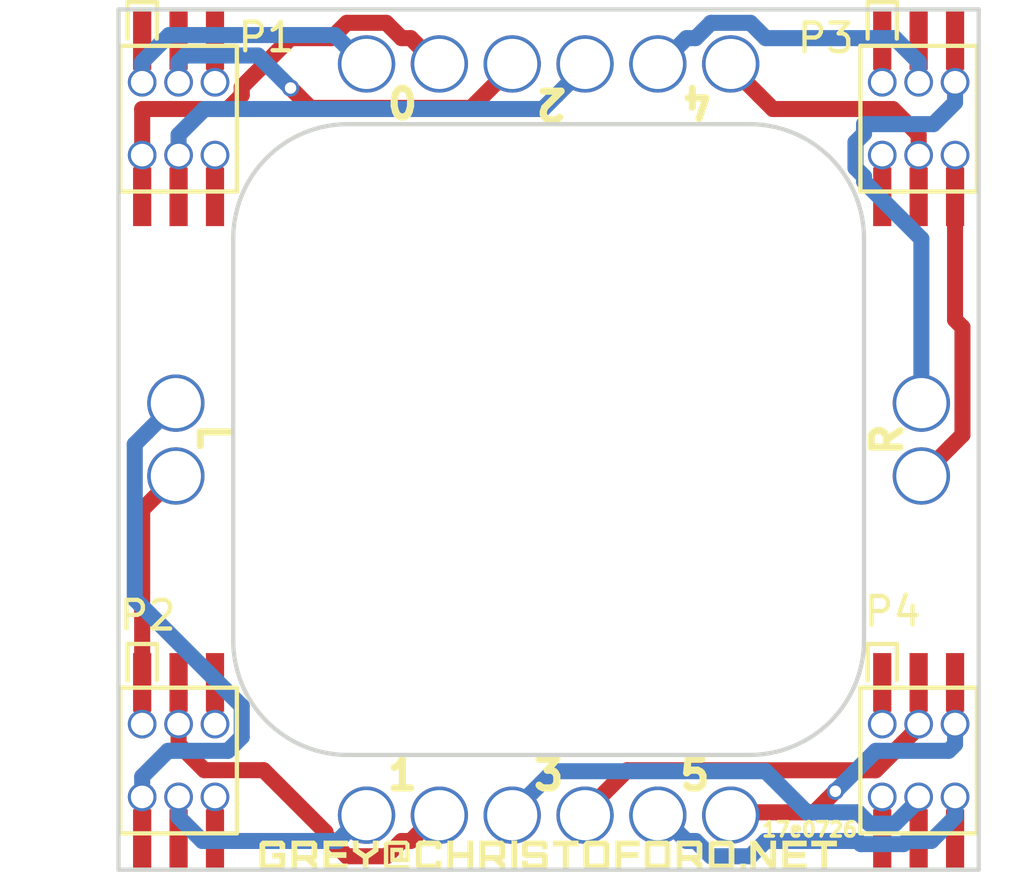
<source format=kicad_pcb>
(kicad_pcb (version 20170123) (host pcbnew "(2017-04-13 revision 801e50450)-master")

  (general
    (links 40)
    (no_connects 0)
    (area -4.236333 -30.482551 31.696334 4.99172)
    (thickness 1.6)
    (drawings 21)
    (tracks 142)
    (zones 0)
    (modules 21)
    (nets 25)
  )

  (page A4)
  (layers
    (0 F.Cu signal)
    (31 B.Cu signal)
    (32 B.Adhes user)
    (33 F.Adhes user)
    (34 B.Paste user)
    (35 F.Paste user)
    (36 B.SilkS user)
    (37 F.SilkS user)
    (38 B.Mask user)
    (39 F.Mask user)
    (40 Dwgs.User user)
    (41 Cmts.User user)
    (42 Eco1.User user)
    (43 Eco2.User user)
    (44 Edge.Cuts user)
    (45 Margin user)
    (46 B.CrtYd user)
    (47 F.CrtYd user)
    (48 B.Fab user)
    (49 F.Fab user)
  )

  (setup
    (last_trace_width 0.25)
    (user_trace_width 0.2)
    (user_trace_width 0.56)
    (trace_clearance 0.153)
    (zone_clearance 0.508)
    (zone_45_only no)
    (trace_min 0.2)
    (segment_width 0.2)
    (edge_width 0.15)
    (via_size 0.6)
    (via_drill 0.4)
    (via_min_size 0.4)
    (via_min_drill 0.3)
    (uvia_size 0.3)
    (uvia_drill 0.1)
    (uvias_allowed no)
    (uvia_min_size 0.2)
    (uvia_min_drill 0.1)
    (pcb_text_width 0.3)
    (pcb_text_size 1.5 1.5)
    (mod_edge_width 0.15)
    (mod_text_size 1 1)
    (mod_text_width 0.15)
    (pad_size 1.524 1.524)
    (pad_drill 0.762)
    (pad_to_mask_clearance 0.2)
    (aux_axis_origin 0 0)
    (visible_elements FFFFFF7F)
    (pcbplotparams
      (layerselection 0x010fc_ffffffff)
      (usegerberextensions true)
      (usegerberattributes true)
      (excludeedgelayer true)
      (linewidth 0.150000)
      (plotframeref false)
      (viasonmask false)
      (mode 1)
      (useauxorigin true)
      (hpglpennumber 1)
      (hpglpenspeed 20)
      (hpglpendiameter 15)
      (psnegative false)
      (psa4output false)
      (plotreference true)
      (plotvalue true)
      (plotinvisibletext false)
      (padsonsilk false)
      (subtractmaskfromsilk false)
      (outputformat 1)
      (mirror false)
      (drillshape 0)
      (scaleselection 1)
      (outputdirectory output/))
  )

  (net 0 "")
  (net 1 0_I)
  (net 2 2_I)
  (net 3 /MOSI)
  (net 4 0_V)
  (net 5 2_V)
  (net 6 /MISO)
  (net 7 L_I)
  (net 8 1_I)
  (net 9 +3V3)
  (net 10 L_V)
  (net 11 1_V)
  (net 12 /SCK)
  (net 13 /SDA)
  (net 14 4_I)
  (net 15 R_I)
  (net 16 /SCL)
  (net 17 4_V)
  (net 18 R_V)
  (net 19 +5V)
  (net 20 3_I)
  (net 21 5_I)
  (net 22 GND)
  (net 23 3_V)
  (net 24 5_V)

  (net_class Default "This is the default net class."
    (clearance 0.153)
    (trace_width 0.25)
    (via_dia 0.6)
    (via_drill 0.4)
    (uvia_dia 0.3)
    (uvia_drill 0.1)
    (add_net +3V3)
    (add_net +5V)
    (add_net /MISO)
    (add_net /MOSI)
    (add_net /SCK)
    (add_net /SCL)
    (add_net /SDA)
    (add_net 0_I)
    (add_net 0_V)
    (add_net 1_I)
    (add_net 1_V)
    (add_net 2_I)
    (add_net 2_V)
    (add_net 3_I)
    (add_net 3_V)
    (add_net 4_I)
    (add_net 4_V)
    (add_net 5_I)
    (add_net 5_V)
    (add_net GND)
    (add_net L_I)
    (add_net L_V)
    (add_net R_I)
    (add_net R_V)
  )

  (module myParts:RSM-103-02-L-D (layer F.Cu) (tedit 5914BF1D) (tstamp 58E4F75E)
    (at 0.825 -29.0163)
    (path /58E4DBB6)
    (fp_text reference P1 (at 4.3312 -0.0159 180) (layer F.SilkS)
      (effects (font (size 1 1) (thickness 0.15)))
    )
    (fp_text value CONN_02X03 (at 0 2.32575) (layer F.Fab)
      (effects (font (size 1 1) (thickness 0.15)))
    )
    (fp_line (start -0.762 0.28575) (end 3.302 0.28575) (layer F.SilkS) (width 0.15))
    (fp_line (start -0.762 5.36575) (end 3.302 5.36575) (layer F.SilkS) (width 0.15))
    (fp_line (start 3.302 5.36575) (end 3.302 0.28575) (layer F.SilkS) (width 0.15))
    (fp_line (start -0.762 0.28575) (end -0.762 5.36575) (layer F.SilkS) (width 0.15))
    (fp_line (start -0.508 0.03175) (end -0.508 -1.23825) (layer F.SilkS) (width 0.15))
    (fp_line (start -0.508 -1.23825) (end 0.508 -1.23825) (layer F.SilkS) (width 0.15))
    (fp_line (start 0.508 -1.23825) (end 0.508 0.03175) (layer F.SilkS) (width 0.15))
    (pad 5 smd rect (at 2.54 0.1) (size 0.635 2.0415) (layers F.Cu F.Paste F.Mask)
      (net 6 /MISO))
    (pad 3 smd rect (at 1.27 0.1) (size 0.635 2.0415) (layers F.Cu F.Paste F.Mask)
      (net 5 2_V))
    (pad 1 smd rect (at 0 0.1) (size 0.635 2.0415) (layers F.Cu F.Paste F.Mask)
      (net 4 0_V))
    (pad 2 thru_hole circle (at 0 4.09575) (size 1 1) (drill 0.7874) (layers *.Cu *.Mask)
      (net 1 0_I))
    (pad 4 thru_hole circle (at 1.27 4.09575) (size 1 1) (drill 0.7874) (layers *.Cu *.Mask)
      (net 2 2_I))
    (pad 6 thru_hole circle (at 2.54 4.09575) (size 1 1) (drill 0.7874) (layers *.Cu *.Mask)
      (net 3 /MOSI))
    (pad 5 thru_hole circle (at 2.54 1.55575) (size 1 1) (drill 0.7874) (layers *.Cu *.Mask)
      (net 6 /MISO))
    (pad 3 thru_hole circle (at 1.27 1.55575) (size 1 1) (drill 0.7874) (layers *.Cu *.Mask)
      (net 5 2_V))
    (pad 1 thru_hole circle (at 0 1.55575) (size 1 1) (drill 0.7874) (layers *.Cu *.Mask)
      (net 4 0_V))
    (pad 6 smd rect (at 2.54 5.5515) (size 0.635 2.0415) (layers F.Cu F.Paste F.Mask)
      (net 3 /MOSI))
    (pad 4 smd rect (at 1.27 5.5515) (size 0.635 2.0415) (layers F.Cu F.Paste F.Mask)
      (net 2 2_I))
    (pad 2 smd rect (at 0 5.5515) (size 0.635 2.0415) (layers F.Cu F.Paste F.Mask)
      (net 1 0_I))
    (model ${KIPRJMOD}/sharedLibs/myparts.3dshapes/RSM-103-02-D.step
      (at (xyz 0.05 -0.111248031496063 0.012))
      (scale (xyz 1 1 1))
      (rotate (xyz -90 0 0))
    )
  )

  (module myParts:RSM-103-02-L-D (layer F.Cu) (tedit 5914BF1D) (tstamp 58E4F775)
    (at 0.825 -6.6323)
    (path /58E4DBC4)
    (fp_text reference P2 (at 0.191 -2.2323 180) (layer F.SilkS)
      (effects (font (size 1 1) (thickness 0.15)))
    )
    (fp_text value CONN_02X03 (at 0 2.32575) (layer F.Fab)
      (effects (font (size 1 1) (thickness 0.15)))
    )
    (fp_line (start -0.762 0.28575) (end 3.302 0.28575) (layer F.SilkS) (width 0.15))
    (fp_line (start -0.762 5.36575) (end 3.302 5.36575) (layer F.SilkS) (width 0.15))
    (fp_line (start 3.302 5.36575) (end 3.302 0.28575) (layer F.SilkS) (width 0.15))
    (fp_line (start -0.762 0.28575) (end -0.762 5.36575) (layer F.SilkS) (width 0.15))
    (fp_line (start -0.508 0.03175) (end -0.508 -1.23825) (layer F.SilkS) (width 0.15))
    (fp_line (start -0.508 -1.23825) (end 0.508 -1.23825) (layer F.SilkS) (width 0.15))
    (fp_line (start 0.508 -1.23825) (end 0.508 0.03175) (layer F.SilkS) (width 0.15))
    (pad 5 smd rect (at 2.54 0.1) (size 0.635 2.0415) (layers F.Cu F.Paste F.Mask)
      (net 12 /SCK))
    (pad 3 smd rect (at 1.27 0.1) (size 0.635 2.0415) (layers F.Cu F.Paste F.Mask)
      (net 11 1_V))
    (pad 1 smd rect (at 0 0.1) (size 0.635 2.0415) (layers F.Cu F.Paste F.Mask)
      (net 10 L_V))
    (pad 2 thru_hole circle (at 0 4.09575) (size 1 1) (drill 0.7874) (layers *.Cu *.Mask)
      (net 7 L_I))
    (pad 4 thru_hole circle (at 1.27 4.09575) (size 1 1) (drill 0.7874) (layers *.Cu *.Mask)
      (net 8 1_I))
    (pad 6 thru_hole circle (at 2.54 4.09575) (size 1 1) (drill 0.7874) (layers *.Cu *.Mask)
      (net 9 +3V3))
    (pad 5 thru_hole circle (at 2.54 1.55575) (size 1 1) (drill 0.7874) (layers *.Cu *.Mask)
      (net 12 /SCK))
    (pad 3 thru_hole circle (at 1.27 1.55575) (size 1 1) (drill 0.7874) (layers *.Cu *.Mask)
      (net 11 1_V))
    (pad 1 thru_hole circle (at 0 1.55575) (size 1 1) (drill 0.7874) (layers *.Cu *.Mask)
      (net 10 L_V))
    (pad 6 smd rect (at 2.54 5.5515) (size 0.635 2.0415) (layers F.Cu F.Paste F.Mask)
      (net 9 +3V3))
    (pad 4 smd rect (at 1.27 5.5515) (size 0.635 2.0415) (layers F.Cu F.Paste F.Mask)
      (net 8 1_I))
    (pad 2 smd rect (at 0 5.5515) (size 0.635 2.0415) (layers F.Cu F.Paste F.Mask)
      (net 7 L_I))
    (model ${KIPRJMOD}/sharedLibs/myparts.3dshapes/RSM-103-02-D.step
      (at (xyz 0.05 -0.111248031496063 0.012))
      (scale (xyz 1 1 1))
      (rotate (xyz -90 0 0))
    )
  )

  (module myParts:RSM-103-02-L-D (layer F.Cu) (tedit 5914BF1D) (tstamp 58E4F78C)
    (at 26.635 -29.0163)
    (path /58E4DBBD)
    (fp_text reference P3 (at -1.9716 0.0163 180) (layer F.SilkS)
      (effects (font (size 1 1) (thickness 0.15)))
    )
    (fp_text value CONN_02X03 (at 0 2.32575) (layer F.Fab)
      (effects (font (size 1 1) (thickness 0.15)))
    )
    (fp_line (start -0.762 0.28575) (end 3.302 0.28575) (layer F.SilkS) (width 0.15))
    (fp_line (start -0.762 5.36575) (end 3.302 5.36575) (layer F.SilkS) (width 0.15))
    (fp_line (start 3.302 5.36575) (end 3.302 0.28575) (layer F.SilkS) (width 0.15))
    (fp_line (start -0.762 0.28575) (end -0.762 5.36575) (layer F.SilkS) (width 0.15))
    (fp_line (start -0.508 0.03175) (end -0.508 -1.23825) (layer F.SilkS) (width 0.15))
    (fp_line (start -0.508 -1.23825) (end 0.508 -1.23825) (layer F.SilkS) (width 0.15))
    (fp_line (start 0.508 -1.23825) (end 0.508 0.03175) (layer F.SilkS) (width 0.15))
    (pad 5 smd rect (at 2.54 0.1) (size 0.635 2.0415) (layers F.Cu F.Paste F.Mask)
      (net 18 R_V))
    (pad 3 smd rect (at 1.27 0.1) (size 0.635 2.0415) (layers F.Cu F.Paste F.Mask)
      (net 17 4_V))
    (pad 1 smd rect (at 0 0.1) (size 0.635 2.0415) (layers F.Cu F.Paste F.Mask)
      (net 16 /SCL))
    (pad 2 thru_hole circle (at 0 4.09575) (size 1 1) (drill 0.7874) (layers *.Cu *.Mask)
      (net 13 /SDA))
    (pad 4 thru_hole circle (at 1.27 4.09575) (size 1 1) (drill 0.7874) (layers *.Cu *.Mask)
      (net 14 4_I))
    (pad 6 thru_hole circle (at 2.54 4.09575) (size 1 1) (drill 0.7874) (layers *.Cu *.Mask)
      (net 15 R_I))
    (pad 5 thru_hole circle (at 2.54 1.55575) (size 1 1) (drill 0.7874) (layers *.Cu *.Mask)
      (net 18 R_V))
    (pad 3 thru_hole circle (at 1.27 1.55575) (size 1 1) (drill 0.7874) (layers *.Cu *.Mask)
      (net 17 4_V))
    (pad 1 thru_hole circle (at 0 1.55575) (size 1 1) (drill 0.7874) (layers *.Cu *.Mask)
      (net 16 /SCL))
    (pad 6 smd rect (at 2.54 5.5515) (size 0.635 2.0415) (layers F.Cu F.Paste F.Mask)
      (net 15 R_I))
    (pad 4 smd rect (at 1.27 5.5515) (size 0.635 2.0415) (layers F.Cu F.Paste F.Mask)
      (net 14 4_I))
    (pad 2 smd rect (at 0 5.5515) (size 0.635 2.0415) (layers F.Cu F.Paste F.Mask)
      (net 13 /SDA))
    (model ${KIPRJMOD}/sharedLibs/myparts.3dshapes/RSM-103-02-D.step
      (at (xyz 0.05 -0.111248031496063 0.012))
      (scale (xyz 1 1 1))
      (rotate (xyz -90 0 0))
    )
  )

  (module myParts:RSM-103-02-L-D (layer F.Cu) (tedit 5914BF1D) (tstamp 58E4F7A3)
    (at 26.635 -6.6323)
    (path /58E4DBCB)
    (fp_text reference P4 (at 0.365 -2.3677 180) (layer F.SilkS)
      (effects (font (size 1 1) (thickness 0.15)))
    )
    (fp_text value CONN_02X03 (at 0 2.32575) (layer F.Fab)
      (effects (font (size 1 1) (thickness 0.15)))
    )
    (fp_line (start -0.762 0.28575) (end 3.302 0.28575) (layer F.SilkS) (width 0.15))
    (fp_line (start -0.762 5.36575) (end 3.302 5.36575) (layer F.SilkS) (width 0.15))
    (fp_line (start 3.302 5.36575) (end 3.302 0.28575) (layer F.SilkS) (width 0.15))
    (fp_line (start -0.762 0.28575) (end -0.762 5.36575) (layer F.SilkS) (width 0.15))
    (fp_line (start -0.508 0.03175) (end -0.508 -1.23825) (layer F.SilkS) (width 0.15))
    (fp_line (start -0.508 -1.23825) (end 0.508 -1.23825) (layer F.SilkS) (width 0.15))
    (fp_line (start 0.508 -1.23825) (end 0.508 0.03175) (layer F.SilkS) (width 0.15))
    (pad 5 smd rect (at 2.54 0.1) (size 0.635 2.0415) (layers F.Cu F.Paste F.Mask)
      (net 24 5_V))
    (pad 3 smd rect (at 1.27 0.1) (size 0.635 2.0415) (layers F.Cu F.Paste F.Mask)
      (net 23 3_V))
    (pad 1 smd rect (at 0 0.1) (size 0.635 2.0415) (layers F.Cu F.Paste F.Mask)
      (net 22 GND))
    (pad 2 thru_hole circle (at 0 4.09575) (size 1 1) (drill 0.7874) (layers *.Cu *.Mask)
      (net 19 +5V))
    (pad 4 thru_hole circle (at 1.27 4.09575) (size 1 1) (drill 0.7874) (layers *.Cu *.Mask)
      (net 20 3_I))
    (pad 6 thru_hole circle (at 2.54 4.09575) (size 1 1) (drill 0.7874) (layers *.Cu *.Mask)
      (net 21 5_I))
    (pad 5 thru_hole circle (at 2.54 1.55575) (size 1 1) (drill 0.7874) (layers *.Cu *.Mask)
      (net 24 5_V))
    (pad 3 thru_hole circle (at 1.27 1.55575) (size 1 1) (drill 0.7874) (layers *.Cu *.Mask)
      (net 23 3_V))
    (pad 1 thru_hole circle (at 0 1.55575) (size 1 1) (drill 0.7874) (layers *.Cu *.Mask)
      (net 22 GND))
    (pad 6 smd rect (at 2.54 5.5515) (size 0.635 2.0415) (layers F.Cu F.Paste F.Mask)
      (net 21 5_I))
    (pad 4 smd rect (at 1.27 5.5515) (size 0.635 2.0415) (layers F.Cu F.Paste F.Mask)
      (net 20 3_I))
    (pad 2 smd rect (at 0 5.5515) (size 0.635 2.0415) (layers F.Cu F.Paste F.Mask)
      (net 19 +5V))
    (model ${KIPRJMOD}/sharedLibs/myparts.3dshapes/RSM-103-02-D.step
      (at (xyz 0.05 -0.111248031496063 0.012))
      (scale (xyz 1 1 1))
      (rotate (xyz -90 0 0))
    )
  )

  (module myParts:S25-022+P25-4023 (layer F.Cu) (tedit 58EFA4A3) (tstamp 58E52FE7)
    (at 28 -13.73)
    (path /58E4CC49)
    (fp_text reference TP16 (at 0 1.778) (layer F.SilkS) hide
      (effects (font (size 1 1) (thickness 0.15)))
    )
    (fp_text value TEST (at 0 -0.5) (layer F.Fab)
      (effects (font (size 1 1) (thickness 0.15)))
    )
    (pad 1 thru_hole circle (at 0 0) (size 2 2) (drill 1.75) (layers *.Cu *.Mask)
      (net 15 R_I))
    (model ${KIPRJMOD}/sharedLibs/myparts.3dshapes/S25-022+P25-4023.step
      (at (xyz 0 0 0.2165354330708661))
      (scale (xyz 1 1 1))
      (rotate (xyz -90 0 0))
    )
  )

  (module myParts:S25-022+P25-4023 (layer F.Cu) (tedit 58EFA4A3) (tstamp 58E52FE3)
    (at 28 -16.27)
    (path /58E4CC43)
    (fp_text reference TP15 (at 0 1.778) (layer F.SilkS) hide
      (effects (font (size 1 1) (thickness 0.15)))
    )
    (fp_text value TEST (at 0 -0.5) (layer F.Fab)
      (effects (font (size 1 1) (thickness 0.15)))
    )
    (pad 1 thru_hole circle (at 0 0) (size 2 2) (drill 1.75) (layers *.Cu *.Mask)
      (net 18 R_V))
    (model ${KIPRJMOD}/sharedLibs/myparts.3dshapes/S25-022+P25-4023.step
      (at (xyz 0 0 0.2165354330708661))
      (scale (xyz 1 1 1))
      (rotate (xyz -90 0 0))
    )
  )

  (module myParts:S25-022+P25-4023 (layer F.Cu) (tedit 58EFA4A3) (tstamp 58E52FDF)
    (at 21.35 -1.9)
    (path /58E4CA7D)
    (fp_text reference TP14 (at 0 1.778) (layer F.SilkS) hide
      (effects (font (size 1 1) (thickness 0.15)))
    )
    (fp_text value TEST (at 0 -0.5) (layer F.Fab)
      (effects (font (size 1 1) (thickness 0.15)))
    )
    (pad 1 thru_hole circle (at 0 0) (size 2 2) (drill 1.75) (layers *.Cu *.Mask)
      (net 24 5_V))
    (model ${KIPRJMOD}/sharedLibs/myparts.3dshapes/S25-022+P25-4023.step
      (at (xyz 0 0 0.2165354330708661))
      (scale (xyz 1 1 1))
      (rotate (xyz -90 0 0))
    )
  )

  (module myParts:S25-022+P25-4023 (layer F.Cu) (tedit 58EFA4A3) (tstamp 58E52FDB)
    (at 21.35 -28.1)
    (path /58E4C74D)
    (fp_text reference TP13 (at 0 1.778) (layer F.SilkS) hide
      (effects (font (size 1 1) (thickness 0.15)))
    )
    (fp_text value TEST (at 0 -0.5) (layer F.Fab)
      (effects (font (size 1 1) (thickness 0.15)))
    )
    (pad 1 thru_hole circle (at 0 0) (size 2 2) (drill 1.75) (layers *.Cu *.Mask)
      (net 14 4_I))
    (model ${KIPRJMOD}/sharedLibs/myparts.3dshapes/S25-022+P25-4023.step
      (at (xyz 0 0 0.2165354330708661))
      (scale (xyz 1 1 1))
      (rotate (xyz -90 0 0))
    )
  )

  (module myParts:S25-022+P25-4023 (layer F.Cu) (tedit 58EFA4A3) (tstamp 58E52FD7)
    (at 18.81 -1.9)
    (path /58E4CA77)
    (fp_text reference TP12 (at 0 1.778) (layer F.SilkS) hide
      (effects (font (size 1 1) (thickness 0.15)))
    )
    (fp_text value TEST (at 0 -0.5) (layer F.Fab)
      (effects (font (size 1 1) (thickness 0.15)))
    )
    (pad 1 thru_hole circle (at 0 0) (size 2 2) (drill 1.75) (layers *.Cu *.Mask)
      (net 21 5_I))
    (model ${KIPRJMOD}/sharedLibs/myparts.3dshapes/S25-022+P25-4023.step
      (at (xyz 0 0 0.2165354330708661))
      (scale (xyz 1 1 1))
      (rotate (xyz -90 0 0))
    )
  )

  (module myParts:S25-022+P25-4023 (layer F.Cu) (tedit 58EFA4A3) (tstamp 58E52FD3)
    (at 18.81 -28.1)
    (path /58E4C747)
    (fp_text reference TP11 (at 0 1.778) (layer F.SilkS) hide
      (effects (font (size 1 1) (thickness 0.15)))
    )
    (fp_text value TEST (at 0 -0.5) (layer F.Fab)
      (effects (font (size 1 1) (thickness 0.15)))
    )
    (pad 1 thru_hole circle (at 0 0) (size 2 2) (drill 1.75) (layers *.Cu *.Mask)
      (net 17 4_V))
    (model ${KIPRJMOD}/sharedLibs/myparts.3dshapes/S25-022+P25-4023.step
      (at (xyz 0 0 0.2165354330708661))
      (scale (xyz 1 1 1))
      (rotate (xyz -90 0 0))
    )
  )

  (module myParts:S25-022+P25-4023 (layer F.Cu) (tedit 58EFA4A3) (tstamp 58E52FCF)
    (at 16.27 -1.9)
    (path /58E4CA65)
    (fp_text reference TP10 (at 0 1.778) (layer F.SilkS) hide
      (effects (font (size 1 1) (thickness 0.15)))
    )
    (fp_text value TEST (at 0 -0.5) (layer F.Fab)
      (effects (font (size 1 1) (thickness 0.15)))
    )
    (pad 1 thru_hole circle (at 0 0) (size 2 2) (drill 1.75) (layers *.Cu *.Mask)
      (net 23 3_V))
    (model ${KIPRJMOD}/sharedLibs/myparts.3dshapes/S25-022+P25-4023.step
      (at (xyz 0 0 0.2165354330708661))
      (scale (xyz 1 1 1))
      (rotate (xyz -90 0 0))
    )
  )

  (module myParts:S25-022+P25-4023 (layer F.Cu) (tedit 58EFA4A3) (tstamp 58E52FCB)
    (at 16.27 -28.1)
    (path /58E4C553)
    (fp_text reference TP9 (at 0 1.778) (layer F.SilkS) hide
      (effects (font (size 1 1) (thickness 0.15)))
    )
    (fp_text value TEST (at 0 -0.5) (layer F.Fab)
      (effects (font (size 1 1) (thickness 0.15)))
    )
    (pad 1 thru_hole circle (at 0 0) (size 2 2) (drill 1.75) (layers *.Cu *.Mask)
      (net 2 2_I))
    (model ${KIPRJMOD}/sharedLibs/myparts.3dshapes/S25-022+P25-4023.step
      (at (xyz 0 0 0.2165354330708661))
      (scale (xyz 1 1 1))
      (rotate (xyz -90 0 0))
    )
  )

  (module myParts:S25-022+P25-4023 (layer F.Cu) (tedit 58EFA4A3) (tstamp 58E52FC7)
    (at 13.73 -1.9)
    (path /58E4CA5F)
    (fp_text reference TP8 (at 0 1.778) (layer F.SilkS) hide
      (effects (font (size 1 1) (thickness 0.15)))
    )
    (fp_text value TEST (at 0 -0.5) (layer F.Fab)
      (effects (font (size 1 1) (thickness 0.15)))
    )
    (pad 1 thru_hole circle (at 0 0) (size 2 2) (drill 1.75) (layers *.Cu *.Mask)
      (net 20 3_I))
    (model ${KIPRJMOD}/sharedLibs/myparts.3dshapes/S25-022+P25-4023.step
      (at (xyz 0 0 0.2165354330708661))
      (scale (xyz 1 1 1))
      (rotate (xyz -90 0 0))
    )
  )

  (module myParts:S25-022+P25-4023 (layer F.Cu) (tedit 58EFA4A3) (tstamp 58E52FC3)
    (at 13.73 -28.1)
    (path /58E4C4F2)
    (fp_text reference TP7 (at 0 1.778) (layer F.SilkS) hide
      (effects (font (size 1 1) (thickness 0.15)))
    )
    (fp_text value TEST (at 0 -0.5) (layer F.Fab)
      (effects (font (size 1 1) (thickness 0.15)))
    )
    (pad 1 thru_hole circle (at 0 0) (size 2 2) (drill 1.75) (layers *.Cu *.Mask)
      (net 5 2_V))
    (model ${KIPRJMOD}/sharedLibs/myparts.3dshapes/S25-022+P25-4023.step
      (at (xyz 0 0 0.2165354330708661))
      (scale (xyz 1 1 1))
      (rotate (xyz -90 0 0))
    )
  )

  (module myParts:S25-022+P25-4023 (layer F.Cu) (tedit 58EFA4A3) (tstamp 58E52FBF)
    (at 11.19 -1.9)
    (path /58E4CA71)
    (fp_text reference TP6 (at 0 1.778) (layer F.SilkS) hide
      (effects (font (size 1 1) (thickness 0.15)))
    )
    (fp_text value TEST (at 0 -0.5) (layer F.Fab)
      (effects (font (size 1 1) (thickness 0.15)))
    )
    (pad 1 thru_hole circle (at 0 0) (size 2 2) (drill 1.75) (layers *.Cu *.Mask)
      (net 11 1_V))
    (model ${KIPRJMOD}/sharedLibs/myparts.3dshapes/S25-022+P25-4023.step
      (at (xyz 0 0 0.2165354330708661))
      (scale (xyz 1 1 1))
      (rotate (xyz -90 0 0))
    )
  )

  (module myParts:S25-022+P25-4023 (layer F.Cu) (tedit 58EFA4A3) (tstamp 58E52FBB)
    (at 11.19 -28.1)
    (path /58E4C6BD)
    (fp_text reference TP5 (at 0 1.778) (layer F.SilkS) hide
      (effects (font (size 1 1) (thickness 0.15)))
    )
    (fp_text value TEST (at 0 -0.5) (layer F.Fab)
      (effects (font (size 1 1) (thickness 0.15)))
    )
    (pad 1 thru_hole circle (at 0 0) (size 2 2) (drill 1.75) (layers *.Cu *.Mask)
      (net 1 0_I))
    (model ${KIPRJMOD}/sharedLibs/myparts.3dshapes/S25-022+P25-4023.step
      (at (xyz 0 0 0.2165354330708661))
      (scale (xyz 1 1 1))
      (rotate (xyz -90 0 0))
    )
  )

  (module myParts:S25-022+P25-4023 (layer F.Cu) (tedit 58EFA4A3) (tstamp 58E52FB7)
    (at 8.65 -1.9)
    (path /58E4CA6B)
    (fp_text reference TP4 (at 0 1.778) (layer F.SilkS) hide
      (effects (font (size 1 1) (thickness 0.15)))
    )
    (fp_text value TEST (at 0 -0.5) (layer F.Fab)
      (effects (font (size 1 1) (thickness 0.15)))
    )
    (pad 1 thru_hole circle (at 0 0) (size 2 2) (drill 1.75) (layers *.Cu *.Mask)
      (net 8 1_I))
    (model ${KIPRJMOD}/sharedLibs/myparts.3dshapes/S25-022+P25-4023.step
      (at (xyz 0 0 0.2165354330708661))
      (scale (xyz 1 1 1))
      (rotate (xyz -90 0 0))
    )
  )

  (module myParts:S25-022+P25-4023 (layer F.Cu) (tedit 58EFA4A3) (tstamp 58E52FB3)
    (at 8.65 -28.1)
    (path /58E4C6B7)
    (fp_text reference TP3 (at 0 1.778) (layer F.SilkS) hide
      (effects (font (size 1 1) (thickness 0.15)))
    )
    (fp_text value TEST (at 0 -0.5) (layer F.Fab)
      (effects (font (size 1 1) (thickness 0.15)))
    )
    (pad 1 thru_hole circle (at 0 0) (size 2 2) (drill 1.75) (layers *.Cu *.Mask)
      (net 4 0_V))
    (model ${KIPRJMOD}/sharedLibs/myparts.3dshapes/S25-022+P25-4023.step
      (at (xyz 0 0 0.2165354330708661))
      (scale (xyz 1 1 1))
      (rotate (xyz -90 0 0))
    )
  )

  (module myParts:S25-022+P25-4023 (layer F.Cu) (tedit 58EFA4A3) (tstamp 58E52FAF)
    (at 2 -16.27)
    (path /58E4C4C8)
    (fp_text reference TP2 (at 0 1.778) (layer F.SilkS) hide
      (effects (font (size 1 1) (thickness 0.15)))
    )
    (fp_text value TEST (at 0 -0.5) (layer F.Fab)
      (effects (font (size 1 1) (thickness 0.15)))
    )
    (pad 1 thru_hole circle (at 0 0) (size 2 2) (drill 1.75) (layers *.Cu *.Mask)
      (net 7 L_I))
    (model ${KIPRJMOD}/sharedLibs/myparts.3dshapes/S25-022+P25-4023.step
      (at (xyz 0 0 0.2165354330708661))
      (scale (xyz 1 1 1))
      (rotate (xyz -90 0 0))
    )
  )

  (module myParts:S25-022+P25-4023 (layer F.Cu) (tedit 58EFA4A3) (tstamp 58E52FAB)
    (at 2 -13.73)
    (path /58E4C3ED)
    (fp_text reference TP1 (at 0 1.778) (layer F.SilkS) hide
      (effects (font (size 1 1) (thickness 0.15)))
    )
    (fp_text value TEST (at 0 -0.5) (layer F.Fab)
      (effects (font (size 1 1) (thickness 0.15)))
    )
    (pad 1 thru_hole circle (at 0 0) (size 2 2) (drill 1.75) (layers *.Cu *.Mask)
      (net 10 L_V))
    (model ${KIPRJMOD}/sharedLibs/myparts.3dshapes/S25-022+P25-4023.step
      (at (xyz 0 0 0.2165354330708661))
      (scale (xyz 1 1 1))
      (rotate (xyz -90 0 0))
    )
  )

  (module myParts:logo_small (layer F.Cu) (tedit 0) (tstamp 58E60921)
    (at 15 -0.5)
    (fp_text reference G*** (at 0 -4) (layer F.SilkS) hide
      (effects (font (thickness 0.2)))
    )
    (fp_text value value (at 0 4) (layer F.SilkS) hide
      (effects (font (thickness 0.2)))
    )
    (fp_poly (pts (xy -0.030446 -0.410336) (xy -0.128951 -0.511719) (xy -0.828528 -0.511719) (xy -0.927058 -0.410336)
      (xy -0.927058 0.017886) (xy -0.828528 0.089278) (xy -0.228894 0.089278) (xy -0.228894 0.28842)
      (xy -0.727172 0.28842) (xy -0.727172 0.189556) (xy -0.927058 0.189556) (xy -0.927058 0.389777)
      (xy -0.828528 0.488281) (xy -0.128951 0.488281) (xy -0.030446 0.389777) (xy -0.030446 -0.012104)
      (xy -0.128951 -0.112047) (xy -0.727172 -0.112047) (xy -0.727172 -0.311832) (xy -0.228894 -0.311832)
      (xy -0.228894 -0.211888) (xy -0.030446 -0.211888)) (layer F.SilkS) (width 0.001))
    (fp_poly (pts (xy -7.650288 0.089484) (xy -7.052066 0.089484) (xy -7.052066 -0.110403) (xy -7.650288 -0.110403)
      (xy -7.650288 -0.311832) (xy -7.002107 -0.311832) (xy -7.002107 -0.511719) (xy -7.850175 -0.511719)
      (xy -7.850175 0.488281) (xy -7.002107 0.488281) (xy -7.002107 0.28842) (xy -7.650288 0.28842)) (layer F.SilkS) (width 0.001))
    (fp_poly (pts (xy -8.766833 0.488281) (xy -8.766833 -0.010074) (xy -8.766833 -0.311832) (xy -8.268555 -0.311832)
      (xy -8.268555 -0.010074) (xy -8.766833 -0.010074) (xy -8.766833 0.488281) (xy -8.766833 0.189813)
      (xy -8.468442 0.189813) (xy -8.368498 0.288369) (xy -8.268555 0.389751) (xy -8.268555 0.488281)
      (xy -8.070107 0.488281) (xy -8.070107 0.288369) (xy -8.168611 0.189813) (xy -8.070107 0.089869)
      (xy -8.070107 -0.410336) (xy -8.168611 -0.511719) (xy -8.96672 -0.511719) (xy -8.96672 0.488281)) (layer F.SilkS) (width 0.001))
    (fp_poly (pts (xy -10.083265 0.389777) (xy -9.984735 0.488281) (xy -9.285156 0.488281) (xy -9.186652 0.389777)
      (xy -9.186652 -0.084935) (xy -9.636385 -0.084935) (xy -9.636385 0.114925) (xy -9.3851 0.114925)
      (xy -9.3851 0.28842) (xy -9.883378 0.28842) (xy -9.883378 -0.311832) (xy -9.3851 -0.311832)
      (xy -9.3851 -0.211888) (xy -9.186652 -0.211888) (xy -9.186652 -0.410336) (xy -9.285156 -0.511719)
      (xy -9.984735 -0.511719) (xy -10.083265 -0.410336)) (layer F.SilkS) (width 0.001))
    (fp_poly (pts (xy -2.211788 0.189813) (xy -2.211788 -0.311832) (xy -1.71351 -0.311832) (xy -1.71351 -0.010074)
      (xy -2.211788 -0.010074) (xy -2.211788 -0.311832) (xy -2.211788 0.189813) (xy -1.913397 0.189813)
      (xy -1.813453 0.288369) (xy -1.71351 0.389751) (xy -1.71351 0.488281) (xy -1.515062 0.488281)
      (xy -1.515062 0.288369) (xy -1.613567 0.189813) (xy -1.515062 0.089869) (xy -1.515062 -0.410336)
      (xy -1.613567 -0.511719) (xy -2.411675 -0.511719) (xy -2.411675 0.488281) (xy -2.211788 0.488281)) (layer F.SilkS) (width 0.001))
    (fp_poly (pts (xy -5.64741 0.488281) (xy -4.849327 0.488281) (xy -4.849327 0.336965) (xy -5.594598 0.336965)
      (xy -5.594598 -0.36323) (xy -4.996376 -0.36323) (xy -4.996376 0.089587) (xy -5.072034 0.089587)
      (xy -5.21911 0.083881) (xy -5.371865 0.083881) (xy -5.371865 -0.113666) (xy -5.21911 -0.113666)
      (xy -5.21911 0.083881) (xy -5.072034 0.089587) (xy -5.072034 -0.265008) (xy -5.518914 -0.265008)
      (xy -5.518914 0.236636) (xy -4.849327 0.236636) (xy -4.849327 -0.410336) (xy -4.947831 -0.511719)
      (xy -5.64741 -0.511719) (xy -5.74594 -0.410336) (xy -5.74594 0.389777)) (layer F.SilkS) (width 0.001))
    (fp_poly (pts (xy 2.33052 -0.511719) (xy 2.33052 0.488281) (xy 2.530407 0.488281) (xy 2.530407 0.089484)
      (xy 3.128624 0.089484) (xy 3.128624 -0.110403) (xy 2.530407 -0.110403) (xy 2.530407 -0.311832)
      (xy 3.178582 -0.311832) (xy 3.178582 -0.511719)) (layer F.SilkS) (width 0.001))
    (fp_poly (pts (xy -6.131528 -0.223145) (xy -6.382813 -0.054559) (xy -6.629806 -0.223145) (xy -6.629806 -0.511719)
      (xy -6.829693 -0.511719) (xy -6.829693 -0.138852) (xy -6.479903 0.111148) (xy -6.479903 0.488281)
      (xy -6.28143 0.488281) (xy -6.28143 0.111148) (xy -5.93308 -0.138852) (xy -5.93308 -0.511719)
      (xy -6.131528 -0.511719)) (layer F.SilkS) (width 0.001))
    (fp_poly (pts (xy -4.429508 -0.311832) (xy -3.931229 -0.311832) (xy -3.931229 -0.211888) (xy -3.732782 -0.211888)
      (xy -3.732782 -0.410336) (xy -3.831286 -0.511719) (xy -4.530865 -0.511719) (xy -4.629395 -0.410336)
      (xy -4.629395 0.389777) (xy -4.530865 0.488281) (xy -3.831286 0.488281) (xy -3.732782 0.389777)
      (xy -3.732782 0.18989) (xy -3.931229 0.18989) (xy -3.931229 0.28842) (xy -4.429508 0.28842)) (layer F.SilkS) (width 0.001))
    (fp_poly (pts (xy 9.000514 -0.511719) (xy 8.152447 -0.511719) (xy 8.152447 0.488281) (xy 9.000514 0.488281)
      (xy 9.000514 0.28842) (xy 8.352333 0.28842) (xy 8.352333 0.089484) (xy 8.950555 0.089484)
      (xy 8.950555 -0.110403) (xy 8.352333 -0.110403) (xy 8.352333 -0.311832) (xy 9.000514 -0.311832)) (layer F.SilkS) (width 0.001))
    (fp_poly (pts (xy 4.465435 -0.511719) (xy 4.465435 0.488281) (xy 4.665322 0.488281) (xy 4.665322 -0.311832)
      (xy 5.1636 -0.311832) (xy 5.1636 -0.010074) (xy 4.665322 -0.010074) (xy 4.665322 -0.311832)
      (xy 4.665322 0.488281) (xy 4.665322 0.189813) (xy 4.963713 0.189813) (xy 5.063656 0.288369)
      (xy 5.1636 0.389751) (xy 5.1636 0.488281) (xy 5.362048 0.488281) (xy 5.362048 0.288369)
      (xy 5.263543 0.189813) (xy 5.362048 0.089869) (xy 5.362048 -0.410336) (xy 5.263543 -0.511719)) (layer F.SilkS) (width 0.001))
    (fp_poly (pts (xy 5.68051 0.488281) (xy 6.380088 0.488281) (xy 6.280145 0.28842) (xy 5.781867 0.28842)
      (xy 5.781867 -0.311832) (xy 6.280145 -0.311832) (xy 6.280145 0.28842) (xy 6.380088 0.488281)
      (xy 6.478593 0.389777) (xy 6.478593 -0.410336) (xy 6.380088 -0.511719) (xy 5.68051 -0.511719)
      (xy 5.58198 -0.410336) (xy 5.58198 0.389777)) (layer F.SilkS) (width 0.001))
    (fp_poly (pts (xy 7.235788 -0.511719) (xy 7.035902 -0.511719) (xy 7.035902 0.488281) (xy 7.235788 0.488281)
      (xy 7.235788 -0.178865) (xy 7.734067 0.488281) (xy 7.932514 0.488281) (xy 7.932514 -0.511719)
      (xy 7.734067 -0.511719) (xy 7.734067 0.154014)) (layer F.SilkS) (width 0.001))
    (fp_poly (pts (xy 10.055304 -0.511719) (xy 9.158691 -0.511719) (xy 9.158691 -0.311832) (xy 9.508481 -0.311832)
      (xy 9.508481 0.488281) (xy 9.708368 0.488281) (xy 9.708368 -0.311832) (xy 10.055304 -0.311832)) (layer F.SilkS) (width 0.001))
    (fp_poly (pts (xy -1.295135 -0.511719) (xy -1.295135 0.488281) (xy -1.095248 0.488281) (xy -1.095248 -0.511719)) (layer F.SilkS) (width 0.001))
    (fp_poly (pts (xy 6.884123 0.28842) (xy 6.684236 0.28842) (xy 6.684236 0.488281) (xy 6.884123 0.488281)) (layer F.SilkS) (width 0.001))
    (fp_poly (pts (xy 1.21398 -0.410336) (xy 1.413867 -0.311832) (xy 1.912145 -0.311832) (xy 1.912145 0.28842)
      (xy 1.413867 0.28842) (xy 1.413867 -0.311832) (xy 1.21398 -0.410336) (xy 1.21398 0.389777)
      (xy 1.31251 0.488281) (xy 2.012089 0.488281) (xy 2.110593 0.389777) (xy 2.110593 -0.410336)
      (xy 2.012089 -0.511719) (xy 1.31251 -0.511719)) (layer F.SilkS) (width 0.001))
    (fp_poly (pts (xy -3.328331 -0.511719) (xy -3.528218 -0.511719) (xy -3.528218 0.488281) (xy -3.328331 0.488281)
      (xy -3.328331 0.089484) (xy -2.830052 0.089484) (xy -2.830052 0.488281) (xy -2.631605 0.488281)
      (xy -2.631605 -0.511719) (xy -2.830052 -0.511719) (xy -2.830052 -0.110403) (xy -3.328331 -0.110403)) (layer F.SilkS) (width 0.001))
    (fp_poly (pts (xy 1.043277 -0.511719) (xy 0.146665 -0.511719) (xy 0.146665 -0.311832) (xy 0.496454 -0.311832)
      (xy 0.496454 0.488281) (xy 0.69634 0.488281) (xy 0.69634 -0.311832) (xy 1.043277 -0.311832)) (layer F.SilkS) (width 0.001))
    (fp_poly (pts (xy 4.146998 -0.511719) (xy 3.44742 -0.511719) (xy 3.34889 -0.410336) (xy 3.548777 -0.311832)
      (xy 4.047055 -0.311832) (xy 4.047055 0.28842) (xy 3.548777 0.28842) (xy 3.548777 -0.311832)
      (xy 3.34889 -0.410336) (xy 3.34889 0.389777) (xy 3.44742 0.488281) (xy 4.146998 0.488281)
      (xy 4.245503 0.389777) (xy 4.245503 -0.410336)) (layer F.SilkS) (width 0.001))
  )

  (gr_text 17e0726 (at 24.1 -1.4) (layer F.SilkS)
    (effects (font (size 0.5 0.5) (thickness 0.125)))
  )
  (gr_text R (at 26.8 -15 90) (layer F.SilkS)
    (effects (font (size 1 1) (thickness 0.25)))
  )
  (gr_text L (at 3.3 -15.1 270) (layer F.SilkS)
    (effects (font (size 1 1) (thickness 0.25)))
  )
  (gr_text 4 (at 20.2 -26.8 180) (layer F.SilkS)
    (effects (font (size 1 1) (thickness 0.25)))
  )
  (gr_text 2 (at 15.1 -26.7 180) (layer F.SilkS)
    (effects (font (size 1 1) (thickness 0.25)))
  )
  (gr_text 5 (at 20.1 -3.3) (layer F.SilkS)
    (effects (font (size 1 1) (thickness 0.25)))
  )
  (gr_text 3 (at 15 -3.3) (layer F.SilkS)
    (effects (font (size 1 1) (thickness 0.25)))
  )
  (gr_text 1 (at 9.9 -3.3) (layer F.SilkS)
    (effects (font (size 1 1) (thickness 0.25)))
  )
  (gr_text 0 (at 9.9 -26.8 180) (layer F.SilkS)
    (effects (font (size 1 1) (thickness 0.25)))
  )
  (gr_arc (start 22 -22) (end 22 -26) (angle 90) (layer Edge.Cuts) (width 0.15))
  (gr_arc (start 8 -22) (end 4 -22) (angle 90) (layer Edge.Cuts) (width 0.15))
  (gr_arc (start 8 -8) (end 8 -4) (angle 90) (layer Edge.Cuts) (width 0.15))
  (gr_arc (start 22 -8) (end 26 -8) (angle 90) (layer Edge.Cuts) (width 0.15))
  (gr_line (start 22 -26) (end 8 -26) (layer Edge.Cuts) (width 0.15))
  (gr_line (start 26 -8) (end 26 -22) (layer Edge.Cuts) (width 0.15))
  (gr_line (start 8 -4) (end 22 -4) (layer Edge.Cuts) (width 0.15))
  (gr_line (start 4 -22) (end 4 -8) (layer Edge.Cuts) (width 0.15))
  (gr_line (start 30 0) (end 0 0) (layer Edge.Cuts) (width 0.15))
  (gr_line (start 30 -30) (end 30 0) (layer Edge.Cuts) (width 0.15))
  (gr_line (start 0 -30) (end 30 -30) (layer Edge.Cuts) (width 0.15))
  (gr_line (start 0 0) (end 0 -30) (layer Edge.Cuts) (width 0.15))

  (segment (start 0.825 -24.92055) (end 0.825 -26.527549) (width 0.56) (layer F.Cu) (net 1))
  (segment (start 9.870842 -29) (end 10.190001 -28.999999) (width 0.56) (layer F.Cu) (net 1))
  (segment (start 0.825 -26.527549) (end 3.812841 -26.527549) (width 0.56) (layer F.Cu) (net 1))
  (segment (start 4.298001 -27.298001) (end 6 -29) (width 0.56) (layer F.Cu) (net 1))
  (segment (start 3.812841 -26.527549) (end 4.298001 -27.012709) (width 0.56) (layer F.Cu) (net 1))
  (segment (start 10.190001 -28.999999) (end 11.19 -28) (width 0.56) (layer F.Cu) (net 1))
  (segment (start 4.298001 -27.012709) (end 4.298001 -27.298001) (width 0.56) (layer F.Cu) (net 1))
  (segment (start 6 -29) (end 7.429157 -28.999999) (width 0.56) (layer F.Cu) (net 1))
  (segment (start 7.429157 -28.999999) (end 7.962159 -29.533001) (width 0.56) (layer F.Cu) (net 1))
  (segment (start 7.962159 -29.533001) (end 9.337841 -29.533001) (width 0.56) (layer F.Cu) (net 1))
  (segment (start 9.337841 -29.533001) (end 9.870842 -29) (width 0.56) (layer F.Cu) (net 1))
  (segment (start 0.825 -24.92055) (end 0.825 -23.4648) (width 0.56) (layer F.Cu) (net 1))
  (segment (start 2.095 -24.92055) (end 2.095 -23.4648) (width 0.56) (layer F.Cu) (net 2))
  (segment (start 15.270001 -27.000001) (end 16.27 -28) (width 0.56) (layer B.Cu) (net 2))
  (segment (start 2.095 -25.627656) (end 2.994893 -26.527549) (width 0.56) (layer B.Cu) (net 2))
  (segment (start 2.095 -24.92055) (end 2.095 -25.627656) (width 0.56) (layer B.Cu) (net 2))
  (segment (start 2.994893 -26.527549) (end 14.797549 -26.527549) (width 0.56) (layer B.Cu) (net 2))
  (segment (start 14.797549 -26.527549) (end 15.270001 -27.000001) (width 0.56) (layer B.Cu) (net 2))
  (segment (start 3.365 -24.92055) (end 3.365 -23.4648) (width 0.56) (layer F.Cu) (net 3))
  (segment (start 0.825 -28.167656) (end 1.763906 -29.106562) (width 0.56) (layer B.Cu) (net 4))
  (segment (start 1.763906 -29.106562) (end 7.543438 -29.106562) (width 0.56) (layer B.Cu) (net 4))
  (segment (start 0.825 -27.46055) (end 0.825 -28.167656) (width 0.56) (layer B.Cu) (net 4))
  (segment (start 7.543438 -29.106562) (end 7.650001 -28.999999) (width 0.56) (layer B.Cu) (net 4))
  (segment (start 7.650001 -28.999999) (end 8.65 -28) (width 0.56) (layer B.Cu) (net 4))
  (segment (start 0.825 -28.9163) (end 0.825 -27.46055) (width 0.56) (layer F.Cu) (net 4))
  (segment (start 2.095 -27.46055) (end 2.095 -28.9163) (width 0.56) (layer F.Cu) (net 5))
  (segment (start 5.700001 -27.560558) (end 6 -27.260559) (width 0.56) (layer B.Cu) (net 5))
  (segment (start 2.320895 -28.393551) (end 4.867008 -28.393551) (width 0.56) (layer B.Cu) (net 5))
  (segment (start 2.095 -28.167656) (end 2.320895 -28.393551) (width 0.56) (layer B.Cu) (net 5))
  (segment (start 4.867008 -28.393551) (end 5.700001 -27.560558) (width 0.56) (layer B.Cu) (net 5))
  (segment (start 2.095 -27.46055) (end 2.095 -28.167656) (width 0.56) (layer B.Cu) (net 5))
  (segment (start 6.69356 -26.566999) (end 6.299999 -26.96056) (width 0.56) (layer F.Cu) (net 5))
  (segment (start 12.296999 -26.566999) (end 6.69356 -26.566999) (width 0.56) (layer F.Cu) (net 5))
  (segment (start 13.73 -28) (end 12.296999 -26.566999) (width 0.56) (layer F.Cu) (net 5))
  (segment (start 6.299999 -26.96056) (end 6 -27.260559) (width 0.56) (layer F.Cu) (net 5))
  (via (at 6 -27.260559) (size 0.6) (drill 0.4) (layers F.Cu B.Cu) (net 5))
  (segment (start 3.365 -27.46055) (end 3.365 -28.9163) (width 0.56) (layer F.Cu) (net 6))
  (segment (start 0.825 -2.53655) (end 0.825 -3.243656) (width 0.56) (layer B.Cu) (net 7))
  (segment (start 0.566999 -14.836999) (end 1.000001 -15.270001) (width 0.56) (layer B.Cu) (net 7))
  (segment (start 0.825 -3.243656) (end 1.724893 -4.143549) (width 0.56) (layer B.Cu) (net 7))
  (segment (start 1.724893 -4.143549) (end 3.812841 -4.143549) (width 0.56) (layer B.Cu) (net 7))
  (segment (start 3.812841 -4.143549) (end 4.298001 -4.628709) (width 0.56) (layer B.Cu) (net 7))
  (segment (start 4.298001 -4.628709) (end 4.298001 -5.701999) (width 0.56) (layer B.Cu) (net 7))
  (segment (start 1.000001 -15.270001) (end 2 -16.27) (width 0.56) (layer B.Cu) (net 7))
  (segment (start 4.298001 -5.701999) (end 0.566999 -9.433001) (width 0.56) (layer B.Cu) (net 7))
  (segment (start 0.566999 -9.433001) (end 0.566999 -14.836999) (width 0.56) (layer B.Cu) (net 7))
  (segment (start 0.825 -1.0808) (end 0.825 -2.53655) (width 0.56) (layer F.Cu) (net 7))
  (segment (start 8.65 -2) (end 7.650001 -1.000001) (width 0.56) (layer B.Cu) (net 8))
  (segment (start 7.650001 -1.000001) (end 2.924443 -1.000001) (width 0.56) (layer B.Cu) (net 8))
  (segment (start 2.924443 -1.000001) (end 2.095 -1.829444) (width 0.56) (layer B.Cu) (net 8))
  (segment (start 2.095 -1.829444) (end 2.095 -2.53655) (width 0.56) (layer B.Cu) (net 8))
  (segment (start 2.095 -1.0808) (end 2.095 -2.53655) (width 0.56) (layer F.Cu) (net 8))
  (segment (start 3.365 -1.0808) (end 3.365 -2.53655) (width 0.56) (layer F.Cu) (net 9))
  (segment (start 0.825 -5.07655) (end 0.825 -12.555) (width 0.56) (layer F.Cu) (net 10))
  (segment (start 0.825 -12.555) (end 2 -13.73) (width 0.56) (layer F.Cu) (net 10))
  (segment (start 0.825 -6.5323) (end 0.825 -5.07655) (width 0.56) (layer F.Cu) (net 10))
  (segment (start 2.095 -5.07655) (end 2.095 -4.369444) (width 0.56) (layer F.Cu) (net 11))
  (segment (start 5.059607 -3.469551) (end 7.216999 -1.312159) (width 0.56) (layer F.Cu) (net 11))
  (segment (start 2.095 -4.369444) (end 2.994893 -3.469551) (width 0.56) (layer F.Cu) (net 11))
  (segment (start 2.994893 -3.469551) (end 5.059607 -3.469551) (width 0.56) (layer F.Cu) (net 11))
  (segment (start 7.216999 -1.312159) (end 7.216999 -1.212159) (width 0.56) (layer F.Cu) (net 11))
  (segment (start 7.216999 -1.212159) (end 7.962159 -0.466999) (width 0.56) (layer F.Cu) (net 11))
  (segment (start 7.962159 -0.466999) (end 9.337841 -0.466999) (width 0.56) (layer F.Cu) (net 11))
  (segment (start 9.337841 -0.466999) (end 9.870843 -1.000001) (width 0.56) (layer F.Cu) (net 11))
  (segment (start 10.190001 -1.000001) (end 11.19 -2) (width 0.56) (layer F.Cu) (net 11))
  (segment (start 9.870843 -1.000001) (end 10.190001 -1.000001) (width 0.56) (layer F.Cu) (net 11))
  (segment (start 2.095 -6.5323) (end 2.095 -5.07655) (width 0.56) (layer F.Cu) (net 11))
  (segment (start 3.365 -6.5323) (end 3.365 -5.07655) (width 0.56) (layer F.Cu) (net 12))
  (segment (start 26.635 -24.92055) (end 26.635 -23.4648) (width 0.56) (layer F.Cu) (net 13))
  (segment (start 27.905 -24.92055) (end 27.905 -25.627656) (width 0.56) (layer F.Cu) (net 14))
  (segment (start 27.905 -25.627656) (end 27.005107 -26.527549) (width 0.56) (layer F.Cu) (net 14))
  (segment (start 22.822451 -26.527549) (end 22.349999 -27.000001) (width 0.56) (layer F.Cu) (net 14))
  (segment (start 27.005107 -26.527549) (end 22.822451 -26.527549) (width 0.56) (layer F.Cu) (net 14))
  (segment (start 22.349999 -27.000001) (end 21.35 -28) (width 0.56) (layer F.Cu) (net 14))
  (segment (start 27.905 -24.92055) (end 27.905 -23.4648) (width 0.56) (layer F.Cu) (net 14))
  (segment (start 29.175 -19.175) (end 29.433001 -18.916999) (width 0.56) (layer F.Cu) (net 15))
  (segment (start 29.433001 -18.916999) (end 29.433001 -15.163001) (width 0.56) (layer F.Cu) (net 15))
  (segment (start 29.433001 -15.163001) (end 28.999999 -14.729999) (width 0.56) (layer F.Cu) (net 15))
  (segment (start 28.999999 -14.729999) (end 28 -13.73) (width 0.56) (layer F.Cu) (net 15))
  (segment (start 29.175 -23.4648) (end 29.175 -19.175) (width 0.56) (layer F.Cu) (net 15))
  (segment (start 29.175 -24.92055) (end 29.175 -23.4648) (width 0.56) (layer F.Cu) (net 15))
  (segment (start 26.635 -27.46055) (end 26.635 -28.9163) (width 0.56) (layer F.Cu) (net 16))
  (segment (start 27.905 -27.46055) (end 27.905 -28.167656) (width 0.56) (layer B.Cu) (net 17))
  (segment (start 27.905 -28.167656) (end 27.072656 -29) (width 0.56) (layer B.Cu) (net 17))
  (segment (start 20.662159 -29.533001) (end 20.129157 -28.999999) (width 0.56) (layer B.Cu) (net 17))
  (segment (start 20.129157 -28.999999) (end 19.809999 -28.999999) (width 0.56) (layer B.Cu) (net 17))
  (segment (start 27.072656 -29) (end 22.570842 -29) (width 0.56) (layer B.Cu) (net 17))
  (segment (start 22.570842 -29) (end 22.037841 -29.533001) (width 0.56) (layer B.Cu) (net 17))
  (segment (start 22.037841 -29.533001) (end 20.662159 -29.533001) (width 0.56) (layer B.Cu) (net 17))
  (segment (start 19.809999 -28.999999) (end 18.81 -28) (width 0.56) (layer B.Cu) (net 17))
  (segment (start 27.905 -28.9163) (end 27.905 -27.46055) (width 0.56) (layer F.Cu) (net 17))
  (segment (start 29.175 -27.46055) (end 29.175 -26.753444) (width 0.56) (layer B.Cu) (net 18))
  (segment (start 28 -22) (end 28 -16.27) (width 0.56) (layer B.Cu) (net 18))
  (segment (start 29.175 -26.753444) (end 28.421556 -26) (width 0.56) (layer B.Cu) (net 18))
  (segment (start 28.421556 -26) (end 26 -26) (width 0.56) (layer B.Cu) (net 18))
  (segment (start 26 -26) (end 26 -25.666392) (width 0.56) (layer B.Cu) (net 18))
  (segment (start 26 -25.666392) (end 25.701999 -25.368391) (width 0.56) (layer B.Cu) (net 18))
  (segment (start 25.701999 -25.368391) (end 25.701999 -24.472709) (width 0.56) (layer B.Cu) (net 18))
  (segment (start 25.701999 -24.472709) (end 26 -24.174708) (width 0.56) (layer B.Cu) (net 18))
  (segment (start 26 -24.174708) (end 26 -24) (width 0.56) (layer B.Cu) (net 18))
  (segment (start 26 -24) (end 28 -22) (width 0.56) (layer B.Cu) (net 18))
  (segment (start 29.175 -27.46055) (end 29.175 -28.9163) (width 0.56) (layer F.Cu) (net 18))
  (segment (start 26.635 -2.53655) (end 26.635 -1.0808) (width 0.56) (layer F.Cu) (net 19))
  (segment (start 15.163001 -3.433001) (end 14.729999 -2.999999) (width 0.56) (layer B.Cu) (net 20))
  (segment (start 25.790708 -2) (end 24 -2) (width 0.56) (layer B.Cu) (net 20))
  (segment (start 24 -2) (end 22.566999 -3.433001) (width 0.56) (layer B.Cu) (net 20))
  (segment (start 26.187159 -1.603549) (end 25.790708 -2) (width 0.56) (layer B.Cu) (net 20))
  (segment (start 27.905 -2.425708) (end 27.082841 -1.603549) (width 0.56) (layer B.Cu) (net 20))
  (segment (start 27.082841 -1.603549) (end 26.187159 -1.603549) (width 0.56) (layer B.Cu) (net 20))
  (segment (start 22.566999 -3.433001) (end 15.163001 -3.433001) (width 0.56) (layer B.Cu) (net 20))
  (segment (start 27.905 -2.53655) (end 27.905 -2.425708) (width 0.56) (layer B.Cu) (net 20))
  (segment (start 14.729999 -2.999999) (end 13.73 -2) (width 0.56) (layer B.Cu) (net 20))
  (segment (start 27.905 -2.53655) (end 27.905 -1.0808) (width 0.56) (layer F.Cu) (net 20))
  (segment (start 22.570842 -1) (end 22.037841 -0.466999) (width 0.56) (layer B.Cu) (net 21))
  (segment (start 19.81 -1) (end 18.81 -2) (width 0.56) (layer B.Cu) (net 21))
  (segment (start 27.487641 -1) (end 27.378179 -0.890538) (width 0.56) (layer B.Cu) (net 21))
  (segment (start 27.378179 -0.890538) (end 25.891821 -0.890538) (width 0.56) (layer B.Cu) (net 21))
  (segment (start 29.175 -2.53655) (end 29.175 -1.829444) (width 0.56) (layer B.Cu) (net 21))
  (segment (start 25.782359 -1) (end 22.570842 -1) (width 0.56) (layer B.Cu) (net 21))
  (segment (start 28.345556 -1) (end 27.487641 -1) (width 0.56) (layer B.Cu) (net 21))
  (segment (start 29.175 -1.829444) (end 28.345556 -1) (width 0.56) (layer B.Cu) (net 21))
  (segment (start 25.891821 -0.890538) (end 25.782359 -1) (width 0.56) (layer B.Cu) (net 21))
  (segment (start 22.037841 -0.466999) (end 20.662159 -0.466999) (width 0.56) (layer B.Cu) (net 21))
  (segment (start 20.662159 -0.466999) (end 20.129158 -1) (width 0.56) (layer B.Cu) (net 21))
  (segment (start 20.129158 -1) (end 19.81 -1) (width 0.56) (layer B.Cu) (net 21))
  (segment (start 29.175 -2.53655) (end 29.175 -1.0808) (width 0.56) (layer F.Cu) (net 21))
  (segment (start 26.635 -5.07655) (end 26.635 -6.5323) (width 0.56) (layer F.Cu) (net 22))
  (segment (start 27.905 -4.965708) (end 27.905 -5.07655) (width 0.56) (layer F.Cu) (net 23))
  (segment (start 26.405304 -3.466012) (end 27.905 -4.965708) (width 0.56) (layer F.Cu) (net 23))
  (segment (start 17.736012 -3.466012) (end 26.405304 -3.466012) (width 0.56) (layer F.Cu) (net 23))
  (segment (start 16.27 -2) (end 17.736012 -3.466012) (width 0.56) (layer F.Cu) (net 23))
  (segment (start 27.905 -5.07655) (end 27.905 -6.5323) (width 0.56) (layer F.Cu) (net 23))
  (segment (start 26.410539 -4.143549) (end 25.299999 -3.033009) (width 0.56) (layer B.Cu) (net 24))
  (via (at 25 -2.73301) (size 0.6) (drill 0.4) (layers F.Cu B.Cu) (net 24))
  (segment (start 24.26699 -2) (end 24.700001 -2.433011) (width 0.56) (layer F.Cu) (net 24))
  (segment (start 29.175 -4.369444) (end 28.949105 -4.143549) (width 0.56) (layer B.Cu) (net 24))
  (segment (start 21.35 -2) (end 24.26699 -2) (width 0.56) (layer F.Cu) (net 24))
  (segment (start 29.175 -5.07655) (end 29.175 -4.369444) (width 0.56) (layer B.Cu) (net 24))
  (segment (start 28.949105 -4.143549) (end 26.410539 -4.143549) (width 0.56) (layer B.Cu) (net 24))
  (segment (start 25.299999 -3.033009) (end 25 -2.73301) (width 0.56) (layer B.Cu) (net 24))
  (segment (start 24.700001 -2.433011) (end 25 -2.73301) (width 0.56) (layer F.Cu) (net 24))
  (segment (start 29.175 -5.07655) (end 29.175 -6.5323) (width 0.56) (layer F.Cu) (net 24))

)

</source>
